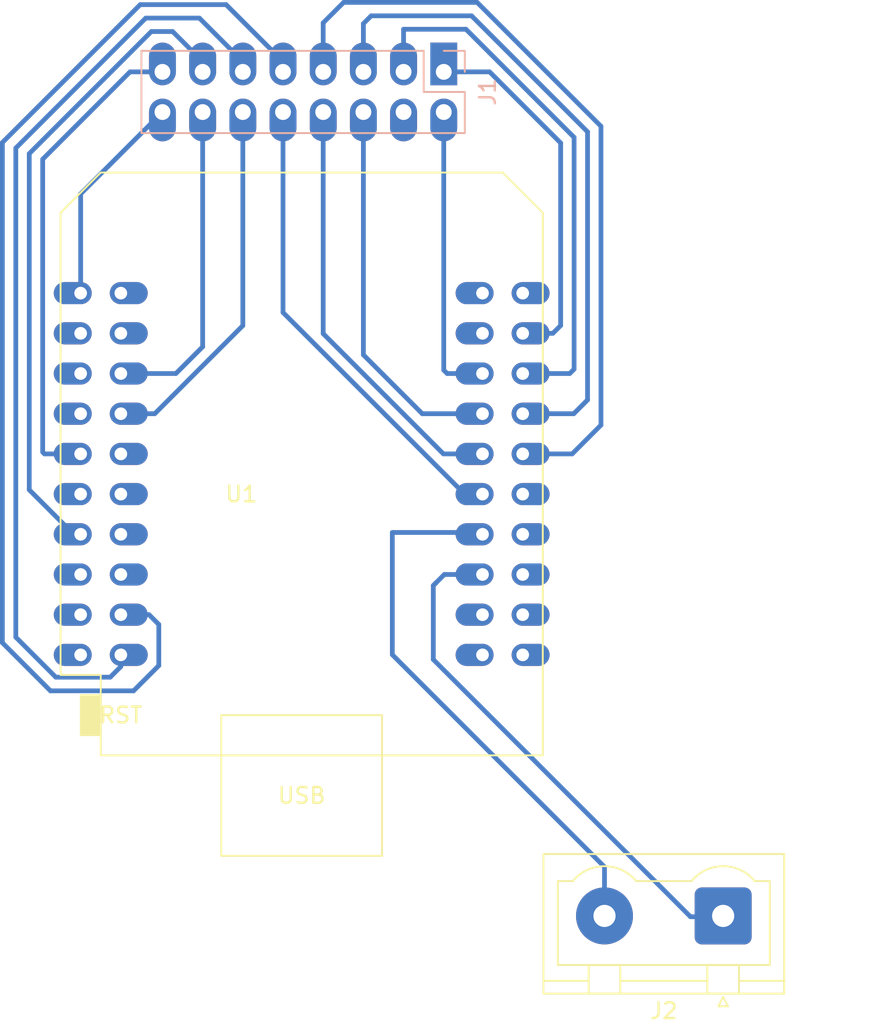
<source format=kicad_pcb>
(kicad_pcb (version 20211014) (generator pcbnew)
  (layers (0 "F.Cu" signal) (31 "B.Cu" signal) (34 "B.Paste" user) (35 "F.Paste" user) (36 "B.SilkS" user "B.Silkscreen") (37 "F.SilkS" user "F.Silkscreen") (38 "B.Mask" user) (39 "F.Mask" user) (44 "Edge.Cuts" user))
  (net 0 "")
  (net 1 "Net-(J2-Pad1)")
  (net 2 "Net-(J1-Pad1)")
  (net 8 "Net-(U1-Pad13)")
  (net 13 "Net-(J1-Pad2)")
  (net 14 "Net-(J1-Pad3)")
  (net 18 "Net-(J1-Pad5)")
  (net 19 "Net-(J1-Pad6)")
  (net 20 "Net-(J1-Pad7)")
  (net 22 "Net-(J1-Pad8)")
  (net 23 "Net-(U1-Pad20)")
  (net 24 "Net-(J1-Pad10)")
  (net 25 "Net-(U1-Pad9)")
  (net 26 "Net-(J1-Pad12)")
  (net 27 "Net-(J1-Pad14)")
  (net 28 "Net-(U1-Pad18)")
  (net 29 "Net-(J1-Pad16)")
  (footprint "Connector_Phoenix_GMSTB:PhoenixContact_GMSTBVA_2,5_2-G_1x02_P7.50mm_Vertical" (layer "F.Cu") (at 151.264 138.684 180)
    (fp_text reference "J2" (at 3.75 -6) (layer "F.SilkS"))
    (fp_text value "Power")
    (fp_line (start 0 -5.11) (end -0.3 -5.71) (layer "F.SilkS") (width 0.12))
    (fp_line (start 8.5 -3.1) (end 6.5 -3.1) (layer "F.SilkS") (width 0.12))
    (fp_line (start -1 -3.1) (end -1 -4.91) (layer "F.SilkS") (width 0.12))
    (fp_line (start 10.45 -3.1) (end 10.45 2.2) (layer "F.SilkS") (width 0.12))
    (fp_line (start 11.36 -4.91) (end -3.86 -4.91) (layer "F.SilkS") (width 0.12))
    (fp_line (start 2 2.2) (end 5.5 2.2) (layer "F.SilkS") (width 0.12))
    (fp_line (start -1 -4.91) (end 1 -4.91) (layer "F.SilkS") (width 0.12))
    (fp_line (start -2.95 2.2) (end -2.95 -3.1) (layer "F.SilkS") (width 0.12))
    (fp_line (start -3.86 -4.91) (end -3.86 3.91) (layer "F.SilkS") (width 0.12))
    (fp_line (start 1 -3.1) (end -1 -3.1) (layer "F.SilkS") (width 0.12))
    (fp_line (start 10.45 2.2) (end 9.5 2.2) (layer "F.SilkS") (width 0.12))
    (fp_line (start 6.5 -4.91) (end 8.5 -4.91) (layer "F.SilkS") (width 0.12))
    (fp_line (start -0.3 -5.71) (end 0.3 -5.71) (layer "F.SilkS") (width 0.12))
    (fp_line (start 1 -4.1) (end 6.5 -4.1) (layer "F.SilkS") (width 0.12))
    (fp_line (start 6.5 -3.1) (end 6.5 -4.91) (layer "F.SilkS") (width 0.12))
    (fp_line (start -2.95 -3.1) (end 10.45 -3.1) (layer "F.SilkS") (width 0.12))
    (fp_line (start -3.86 -4.1) (end -1.11 -4.1) (layer "F.SilkS") (width 0.12))
    (fp_line (start 1 -4.91) (end 1 -3.1) (layer "F.SilkS") (width 0.12))
    (fp_line (start -3.86 3.91) (end 11.36 3.91) (layer "F.SilkS") (width 0.12))
    (fp_line (start 11.36 -4.1) (end 8.61 -4.1) (layer "F.SilkS") (width 0.12))
    (fp_line (start 0.3 -5.71) (end 0 -5.11) (layer "F.SilkS") (width 0.12))
    (fp_line (start 8.5 -4.91) (end 8.5 -3.1) (layer "F.SilkS") (width 0.12))
    (fp_line (start 11.36 3.91) (end 11.36 -4.91) (layer "F.SilkS") (width 0.12))
    (fp_line (start -2 2.2) (end -2.95 2.2) (layer "F.SilkS") (width 0.12))
    (fp_arc (start 1.986842 2.215821) (mid -0.010289 3.142758) (end -2 2.2) (layer "F.SilkS") (width 0.12))
    (fp_arc (start 9.486842 2.215821) (mid 7.489711 3.142758) (end 5.5 2.2) (layer "F.SilkS") (width 0.12))
    (pad "1" thru_hole roundrect (at 0 0 180) (size 3.6 3.6) (drill 1.4) (layers *.Cu *.Mask) (roundrect_rratio 0.125) (net 1 "Net-(J2-Pad1)"))
    (pad "2" thru_hole oval (at 7.5 0 180) (size 3.6 3.6) (drill 1.4) (layers *.Cu *.Mask) (net 29 "Net-(J1-Pad16)"))
  )
  (footprint "ESP32_mini:ESP32_mini" (layer "F.Cu") (at 124.623 110.757)
    (fp_text reference "U1" (at -3.81 1.27) (layer "F.SilkS"))
    (fp_text value "mini_esp32")
    (fp_text user "USB" (at 0 20.32) (layer "F.SilkS"))
    (fp_text user "RST" (at -11.43 15.24) (layer "F.SilkS"))
    (fp_line (start 5.08 15.24) (end 5.08 17.78) (layer "F.SilkS") (width 0.12))
    (fp_line (start -15.24 12.7) (end -12.7 12.7) (layer "F.SilkS") (width 0.12))
    (fp_line (start -5.08 15.24) (end 5.08 15.24) (layer "F.SilkS") (width 0.12))
    (fp_line (start -12.7 17.78) (end 15.24 17.78) (layer "F.SilkS") (width 0.12))
    (fp_line (start -5.08 17.78) (end -5.08 15.24) (layer "F.SilkS") (width 0.12))
    (fp_line (start -12.7 12.7) (end -12.7 17.78) (layer "F.SilkS") (width 0.12))
    (fp_line (start -5.08 17.78) (end -5.08 24.13) (layer "F.SilkS") (width 0.12))
    (fp_line (start 12.7 -19.05) (end -11.43 -19.05) (layer "F.SilkS") (width 0.12))
    (fp_line (start 15.24 -16.51) (end 15.24 17.78) (layer "F.SilkS") (width 0.12))
    (fp_line (start 12.7 -19.05) (end 15.24 -16.51) (layer "F.SilkS") (width 0.12))
    (fp_line (start 5.08 24.13) (end 5.08 17.78) (layer "F.SilkS") (width 0.12))
    (fp_line (start -5.08 24.13) (end 5.08 24.13) (layer "F.SilkS") (width 0.12))
    (fp_line (start -12.7 -19.05) (end -11.43 -19.05) (layer "F.SilkS") (width 0.12))
    (fp_line (start -15.24 -16.51) (end -15.24 12.7) (layer "F.SilkS") (width 0.12))
    (fp_line (start -12.7 -19.05) (end -15.24 -16.51) (layer "F.SilkS") (width 0.12))
    (fp_poly (pts (xy -13.97 16.51) (xy -13.97 13.97) (xy -12.7 13.97) (xy -12.7 16.51)) (layer "F.SilkS") (width 0.1) (fill solid))
    (pad "1" thru_hole oval locked (at -13.97 -11.43 270) (size 1.4 2.4) (drill 0.8 (offset 0 0.5)) (layers *.Cu *.Mask) (net 29 "Net-(J1-Pad16)"))
    (pad "2" thru_hole oval locked (at -11.43 -11.43 270) (size 1.4 2.4) (drill 0.8 (offset 0 -0.5)) (layers *.Cu *.Mask))
    (pad "3" thru_hole oval locked (at -13.97 -8.89 270) (size 1.4 2.4) (drill 0.8 (offset 0 0.5)) (layers *.Cu *.Mask))
    (pad "4" thru_hole oval locked (at -11.43 -8.89 270) (size 1.4 2.4) (drill 0.8 (offset 0 -0.5)) (layers *.Cu *.Mask))
    (pad "5" thru_hole oval locked (at -13.97 -6.35 270) (size 1.4 2.4) (drill 0.8 (offset 0 0.5)) (layers *.Cu *.Mask))
    (pad "6" thru_hole oval locked (at -11.43 -6.35 270) (size 1.4 2.4) (drill 0.8 (offset 0 -0.5)) (layers *.Cu *.Mask) (net 27 "Net-(J1-Pad14)"))
    (pad "7" thru_hole oval locked (at -13.97 -3.81 270) (size 1.4 2.4) (drill 0.8 (offset 0 0.5)) (layers *.Cu *.Mask))
    (pad "8" thru_hole oval locked (at -11.43 -3.81 270) (size 1.4 2.4) (drill 0.8 (offset 0 -0.5)) (layers *.Cu *.Mask) (net 26 "Net-(J1-Pad12)"))
    (pad "9" thru_hole oval locked (at -13.97 -1.27 270) (size 1.4 2.4) (drill 0.8 (offset 0 0.5)) (layers *.Cu *.Mask) (net 25 "Net-(U1-Pad9)"))
    (pad "10" thru_hole oval locked (at -11.43 -1.27 270) (size 1.4 2.4) (drill 0.8 (offset 0 -0.5)) (layers *.Cu *.Mask))
    (pad "11" thru_hole oval locked (at -13.97 1.27 270) (size 1.4 2.4) (drill 0.8 (offset 0 0.5)) (layers *.Cu *.Mask))
    (pad "12" thru_hole oval locked (at -11.43 1.27 270) (size 1.4 2.4) (drill 0.8 (offset 0 -0.5)) (layers *.Cu *.Mask))
    (pad "13" thru_hole oval locked (at -13.97 3.81 270) (size 1.4 2.4) (drill 0.8 (offset 0 0.5)) (layers *.Cu *.Mask) (net 8 "Net-(U1-Pad13)"))
    (pad "14" thru_hole oval locked (at -11.43 3.81 270) (size 1.4 2.4) (drill 0.8 (offset 0 -0.5)) (layers *.Cu *.Mask))
    (pad "15" thru_hole oval locked (at -13.97 6.35 270) (size 1.4 2.4) (drill 0.8 (offset 0 0.5)) (layers *.Cu *.Mask))
    (pad "16" thru_hole oval locked (at -11.43 6.35 270) (size 1.4 2.4) (drill 0.8 (offset 0 -0.5)) (layers *.Cu *.Mask))
    (pad "17" thru_hole oval locked (at -13.97 8.89 270) (size 1.4 2.4) (drill 0.8 (offset 0 0.5)) (layers *.Cu *.Mask))
    (pad "18" thru_hole oval locked (at -11.43 8.89 270) (size 1.4 2.4) (drill 0.8 (offset 0 -0.5)) (layers *.Cu *.Mask) (net 28 "Net-(U1-Pad18)"))
    (pad "19" thru_hole oval locked (at -13.97 11.43 270) (size 1.4 2.4) (drill 0.8 (offset 0 0.5)) (layers *.Cu *.Mask))
    (pad "20" thru_hole oval locked (at -11.43 11.43 270) (size 1.4 2.4) (drill 0.8 (offset 0 -0.5)) (layers *.Cu *.Mask) (net 23 "Net-(U1-Pad20)"))
    (pad "21" thru_hole oval locked (at 11.43 -11.43 270) (size 1.4 2.4) (drill 0.8 (offset 0 0.5)) (layers *.Cu *.Mask))
    (pad "22" thru_hole oval locked (at 13.97 -11.43 270) (size 1.4 2.4) (drill 0.8 (offset 0 -0.5)) (layers *.Cu *.Mask) (net 29 "Net-(J1-Pad16)"))
    (pad "23" thru_hole oval locked (at 11.43 -8.89 270) (size 1.4 2.4) (drill 0.8 (offset 0 0.5)) (layers *.Cu *.Mask))
    (pad "24" thru_hole oval locked (at 13.97 -8.89 270) (size 1.4 2.4) (drill 0.8 (offset 0 -0.5)) (layers *.Cu *.Mask) (net 2 "Net-(J1-Pad1)"))
    (pad "25" thru_hole oval locked (at 11.43 -6.35 270) (size 1.4 2.4) (drill 0.8 (offset 0 0.5)) (layers *.Cu *.Mask) (net 13 "Net-(J1-Pad2)"))
    (pad "26" thru_hole oval locked (at 13.97 -6.35 270) (size 1.4 2.4) (drill 0.8 (offset 0 -0.5)) (layers *.Cu *.Mask) (net 14 "Net-(J1-Pad3)"))
    (pad "27" thru_hole oval locked (at 11.43 -3.81 270) (size 1.4 2.4) (drill 0.8 (offset 0 0.5)) (layers *.Cu *.Mask) (net 19 "Net-(J1-Pad6)"))
    (pad "28" thru_hole oval locked (at 13.97 -3.81 270) (size 1.4 2.4) (drill 0.8 (offset 0 -0.5)) (layers *.Cu *.Mask) (net 18 "Net-(J1-Pad5)"))
    (pad "29" thru_hole oval locked (at 11.43 -1.27 270) (size 1.4 2.4) (drill 0.8 (offset 0 0.5)) (layers *.Cu *.Mask) (net 22 "Net-(J1-Pad8)"))
    (pad "30" thru_hole oval locked (at 13.97 -1.27 270) (size 1.4 2.4) (drill 0.8 (offset 0 -0.5)) (layers *.Cu *.Mask) (net 20 "Net-(J1-Pad7)"))
    (pad "31" thru_hole oval locked (at 11.43 1.27 270) (size 1.4 2.4) (drill 0.8 (offset 0 0.5)) (layers *.Cu *.Mask) (net 24 "Net-(J1-Pad10)"))
    (pad "32" thru_hole oval locked (at 13.97 1.27 270) (size 1.4 2.4) (drill 0.8 (offset 0 -0.5)) (layers *.Cu *.Mask))
    (pad "33" thru_hole oval locked (at 11.43 3.81 270) (size 1.4 2.4) (drill 0.8 (offset 0 0.5)) (layers *.Cu *.Mask) (net 29 "Net-(J1-Pad16)"))
    (pad "34" thru_hole oval locked (at 13.97 3.81 270) (size 1.4 2.4) (drill 0.8 (offset 0 -0.5)) (layers *.Cu *.Mask))
    (pad "35" thru_hole oval locked (at 11.43 6.35 270) (size 1.4 2.4) (drill 0.8 (offset 0 0.5)) (layers *.Cu *.Mask) (net 1 "Net-(J2-Pad1)"))
    (pad "36" thru_hole oval locked (at 13.97 6.35 270) (size 1.4 2.4) (drill 0.8 (offset 0 -0.5)) (layers *.Cu *.Mask))
    (pad "37" thru_hole oval locked (at 11.43 8.89 270) (size 1.4 2.4) (drill 0.8 (offset 0 0.5)) (layers *.Cu *.Mask))
    (pad "38" thru_hole oval locked (at 13.97 8.89 270) (size 1.4 2.4) (drill 0.8 (offset 0 -0.5)) (layers *.Cu *.Mask))
    (pad "39" thru_hole oval locked (at 11.43 11.43 270) (size 1.4 2.4) (drill 0.8 (offset 0 0.5)) (layers *.Cu *.Mask))
    (pad "40" thru_hole oval locked (at 13.97 11.43 270) (size 1.4 2.4) (drill 0.8 (offset 0 -0.5)) (layers *.Cu *.Mask))
  )
  (footprint "Connector_PinSocket_2.54mm:PinSocket_2x08_P2.54mm_Vertical" (layer "B.Cu") (at 133.604 85.344 90)
    (fp_text reference "J1" (at -1.27 2.77 90) (layer "B.SilkS"))
    (fp_text value "PUT_IN")
    (fp_line (start 1.33 1.33) (end 1.33 0) (layer "B.SilkS") (width 0.12))
    (fp_line (start -3.87 1.33) (end -1.27 1.33) (layer "B.SilkS") (width 0.12))
    (fp_line (start -1.27 -1.27) (end 1.33 -1.27) (layer "B.SilkS") (width 0.12))
    (fp_line (start -3.87 1.33) (end -3.87 -19.11) (layer "B.SilkS") (width 0.12))
    (fp_line (start -3.87 -19.11) (end 1.33 -19.11) (layer "B.SilkS") (width 0.12))
    (fp_line (start 0 1.33) (end 1.33 1.33) (layer "B.SilkS") (width 0.12))
    (fp_line (start 1.33 -1.27) (end 1.33 -19.11) (layer "B.SilkS") (width 0.12))
    (fp_line (start -1.27 1.33) (end -1.27 -1.27) (layer "B.SilkS") (width 0.12))
    (pad "1" thru_hole rect (at 0 0 90) (size 2.7 1.7) (drill 1 (offset 0.5 0)) (layers *.Cu *.Mask) (net 2 "Net-(J1-Pad1)"))
    (pad "2" thru_hole oval (at -2.54 0 90) (size 2.7 1.7) (drill 1 (offset -0.5 0)) (layers *.Cu *.Mask) (net 13 "Net-(J1-Pad2)"))
    (pad "3" thru_hole oval (at 0 -2.54 90) (size 2.7 1.7) (drill 1 (offset 0.5 0)) (layers *.Cu *.Mask) (net 14 "Net-(J1-Pad3)"))
    (pad "4" thru_hole oval (at -2.54 -2.54 90) (size 2.7 1.7) (drill 1 (offset -0.5 0)) (layers *.Cu *.Mask))
    (pad "5" thru_hole oval (at 0 -5.08 90) (size 2.7 1.7) (drill 1 (offset 0.5 0)) (layers *.Cu *.Mask) (net 18 "Net-(J1-Pad5)"))
    (pad "6" thru_hole oval (at -2.54 -5.08 90) (size 2.7 1.7) (drill 1 (offset -0.5 0)) (layers *.Cu *.Mask) (net 19 "Net-(J1-Pad6)"))
    (pad "7" thru_hole oval (at 0 -7.62 90) (size 2.7 1.7) (drill 1 (offset 0.5 0)) (layers *.Cu *.Mask) (net 20 "Net-(J1-Pad7)"))
    (pad "8" thru_hole oval (at -2.54 -7.62 90) (size 2.7 1.7) (drill 1 (offset -0.5 0)) (layers *.Cu *.Mask) (net 22 "Net-(J1-Pad8)"))
    (pad "9" thru_hole oval (at 0 -10.16 90) (size 2.7 1.7) (drill 1 (offset 0.5 0)) (layers *.Cu *.Mask) (net 28 "Net-(U1-Pad18)"))
    (pad "10" thru_hole oval (at -2.54 -10.16 90) (size 2.7 1.7) (drill 1 (offset -0.5 0)) (layers *.Cu *.Mask) (net 24 "Net-(J1-Pad10)"))
    (pad "11" thru_hole oval (at 0 -12.7 90) (size 2.7 1.7) (drill 1 (offset 0.5 0)) (layers *.Cu *.Mask) (net 23 "Net-(U1-Pad20)"))
    (pad "12" thru_hole oval (at -2.54 -12.7 90) (size 2.7 1.7) (drill 1 (offset -0.5 0)) (layers *.Cu *.Mask) (net 26 "Net-(J1-Pad12)"))
    (pad "13" thru_hole oval (at 0 -15.24 90) (size 2.7 1.7) (drill 1 (offset 0.5 0)) (layers *.Cu *.Mask) (net 8 "Net-(U1-Pad13)"))
    (pad "14" thru_hole oval (at -2.54 -15.24 90) (size 2.7 1.7) (drill 1 (offset -0.5 0)) (layers *.Cu *.Mask) (net 27 "Net-(J1-Pad14)"))
    (pad "15" thru_hole oval (at 0 -17.78 90) (size 2.7 1.7) (drill 1 (offset 0.5 0)) (layers *.Cu *.Mask) (net 25 "Net-(U1-Pad9)"))
    (pad "16" thru_hole oval (at -2.54 -17.78 90) (size 2.7 1.7) (drill 1 (offset -0.5 0)) (layers *.Cu *.Mask) (net 29 "Net-(J1-Pad16)"))
  )
  (segment (start 151.264 138.684) (end 151.2316 138.684) (width 0.3) (layer "B.Cu") (net 1))
  (segment (start 132.9436 122.4788) (end 132.9436 117.8052) (width 0.3) (layer "B.Cu") (net 1))
  (segment (start 132.9944 117.7544) (end 133.1214 117.6274) (width 0.3) (layer "B.Cu") (net 1))
  (segment (start 151.2316 138.684) (end 151.1808 138.7348) (width 0.3) (layer "B.Cu") (net 1))
  (segment (start 133.6418 117.107) (end 136.053 117.107) (width 0.3) (layer "B.Cu") (net 1))
  (segment (start 149.1996 138.7348) (end 132.9436 122.4788) (width 0.3) (layer "B.Cu") (net 1))
  (segment (start 132.9436 117.8052) (end 133.1214 117.6274) (width 0.3) (layer "B.Cu") (net 1))
  (segment (start 151.1808 138.7348) (end 149.1996 138.7348) (width 0.3) (layer "B.Cu") (net 1))
  (segment (start 133.1214 117.6274) (end 133.6418 117.107) (width 0.3) (layer "B.Cu") (net 1))
  (segment (start 140.99252 101.37428) (end 140.4998 101.867) (width 0.3) (layer "B.Cu") (net 2))
  (segment (start 140.4998 101.867) (end 138.593 101.867) (width 0.3) (layer "B.Cu") (net 2))
  (segment (start 133.604 85.344) (end 136.50162 85.344) (width 0.3) (layer "B.Cu") (net 2))
  (segment (start 136.50162 85.344) (end 140.99252 89.8349) (width 0.3) (layer "B.Cu") (net 2))
  (segment (start 140.99252 89.8349) (end 140.99252 101.37428) (width 0.3) (layer "B.Cu") (net 2))
  (segment (start 107.40396 90.51284) (end 107.40396 111.75718) (width 0.3) (layer "B.Cu") (net 8))
  (segment (start 116.465832 82.79448) (end 115.12232 82.79448) (width 0.3) (layer "B.Cu") (net 8))
  (segment (start 118.364 85.344) (end 118.364 84.692648) (width 0.3) (layer "B.Cu") (net 8))
  (segment (start 118.364 84.692648) (end 116.465832 82.79448) (width 0.3) (layer "B.Cu") (net 8))
  (segment (start 107.40396 111.75718) (end 110.21378 114.567) (width 0.3) (layer "B.Cu") (net 8))
  (segment (start 110.21378 114.567) (end 110.653 114.567) (width 0.3) (layer "B.Cu") (net 8))
  (segment (start 115.12232 82.79448) (end 107.40396 90.51284) (width 0.3) (layer "B.Cu") (net 8))
  (segment (start 133.8202 104.407) (end 136.053 104.407) (width 0.3) (layer "B.Cu") (net 13))
  (segment (start 133.604 87.884) (end 133.604 104.1908) (width 0.3) (layer "B.Cu") (net 13))
  (segment (start 133.604 104.1908) (end 133.8202 104.407) (width 0.3) (layer "B.Cu") (net 13))
  (segment (start 135.010622 82.6516) (end 141.84204 89.483018) (width 0.3) (layer "B.Cu") (net 14))
  (segment (start 131.064 85.344) (end 131.064 82.6516) (width 0.3) (layer "B.Cu") (net 14))
  (segment (start 141.5666 104.407) (end 138.593 104.407) (width 0.3) (layer "B.Cu") (net 14))
  (segment (start 141.84204 104.13156) (end 141.5666 104.407) (width 0.3) (layer "B.Cu") (net 14))
  (segment (start 141.84204 89.483018) (end 141.84204 104.13156) (width 0.3) (layer "B.Cu") (net 14))
  (segment (start 131.064 82.6516) (end 135.010622 82.6516) (width 0.3) (layer "B.Cu") (net 14))
  (segment (start 135.362506 81.802082) (end 142.69156 89.131136) (width 0.3) (layer "B.Cu") (net 18))
  (segment (start 128.524 85.344) (end 128.524 82.296) (width 0.3) (layer "B.Cu") (net 18))
  (segment (start 142.69156 106.07604) (end 141.8206 106.947) (width 0.3) (layer "B.Cu") (net 18))
  (segment (start 128.524 82.296) (end 129.017919 81.802081) (width 0.3) (layer "B.Cu") (net 18))
  (segment (start 141.8206 106.947) (end 138.593 106.947) (width 0.3) (layer "B.Cu") (net 18))
  (segment (start 129.017919 81.802081) (end 135.362506 81.802082) (width 0.3) (layer "B.Cu") (net 18))
  (segment (start 142.69156 89.131136) (end 142.69156 106.07604) (width 0.3) (layer "B.Cu") (net 18))
  (segment (start 128.524 103.2256) (end 132.2454 106.947) (width 0.3) (layer "B.Cu") (net 19))
  (segment (start 132.2454 106.947) (end 136.053 106.947) (width 0.3) (layer "B.Cu") (net 19))
  (segment (start 128.524 87.884) (end 128.524 103.2256) (width 0.3) (layer "B.Cu") (net 19))
  (segment (start 135.714389 80.952563) (end 143.541079 88.779253) (width 0.3) (layer "B.Cu") (net 20))
  (segment (start 143.541079 88.779253) (end 143.541079 107.664921) (width 0.3) (layer "B.Cu") (net 20))
  (segment (start 143.541079 107.664921) (end 141.719 109.487) (width 0.3) (layer "B.Cu") (net 20))
  (segment (start 125.984 85.344) (end 125.984 82.2452) (width 0.3) (layer "B.Cu") (net 20))
  (segment (start 127.276637 80.952563) (end 135.714389 80.952563) (width 0.3) (layer "B.Cu") (net 20))
  (segment (start 141.719 109.487) (end 138.593 109.487) (width 0.3) (layer "B.Cu") (net 20))
  (segment (start 125.984 82.2452) (end 127.276637 80.952563) (width 0.3) (layer "B.Cu") (net 20))
  (segment (start 125.984 101.887002) (end 133.583998 109.487) (width 0.3) (layer "B.Cu") (net 22))
  (segment (start 125.984 87.884) (end 125.984 101.887002) (width 0.3) (layer "B.Cu") (net 22))
  (segment (start 133.583998 109.487) (end 136.053 109.487) (width 0.3) (layer "B.Cu") (net 22))
  (segment (start 118.156313 81.944961) (end 114.770437 81.944961) (width 0.3) (layer "B.Cu") (net 23))
  (segment (start 112.522 123.5964) (end 113.193 122.9254) (width 0.3) (layer "B.Cu") (net 23))
  (segment (start 106.55444 121.06766) (end 109.08318 123.5964) (width 0.3) (layer "B.Cu") (net 23))
  (segment (start 120.904 85.344) (end 120.904 84.692648) (width 0.3) (layer "B.Cu") (net 23))
  (segment (start 109.08318 123.5964) (end 112.522 123.5964) (width 0.3) (layer "B.Cu") (net 23))
  (segment (start 113.193 122.9254) (end 113.193 122.187) (width 0.3) (layer "B.Cu") (net 23))
  (segment (start 106.55444 90.160958) (end 106.55444 121.06766) (width 0.3) (layer "B.Cu") (net 23))
  (segment (start 114.770437 81.944961) (end 106.55444 90.160958) (width 0.3) (layer "B.Cu") (net 23))
  (segment (start 120.904 84.692648) (end 118.156313 81.944961) (width 0.3) (layer "B.Cu") (net 23))
  (segment (start 134.922596 112.027) (end 136.053 112.027) (width 0.3) (layer "B.Cu") (net 24))
  (segment (start 123.444 87.884) (end 123.444 100.548404) (width 0.3) (layer "B.Cu") (net 24))
  (segment (start 123.444 100.548404) (end 134.922596 112.027) (width 0.3) (layer "B.Cu") (net 24))
  (segment (start 108.25348 109.37108) (end 108.3694 109.487) (width 0.3) (layer "B.Cu") (net 25))
  (segment (start 115.824 85.344) (end 113.774202 85.344) (width 0.3) (layer "B.Cu") (net 25))
  (segment (start 108.3694 109.487) (end 110.653 109.487) (width 0.3) (layer "B.Cu") (net 25))
  (segment (start 113.774202 85.344) (end 108.25348 90.864722) (width 0.3) (layer "B.Cu") (net 25))
  (segment (start 108.25348 90.864722) (end 108.25348 109.37108) (width 0.3) (layer "B.Cu") (net 25))
  (segment (start 120.904 101.379002) (end 115.336002 106.947) (width 0.3) (layer "B.Cu") (net 26))
  (segment (start 115.336002 106.947) (end 113.193 106.947) (width 0.3) (layer "B.Cu") (net 26))
  (segment (start 120.904 87.884) (end 120.904 101.379002) (width 0.3) (layer "B.Cu") (net 26))
  (segment (start 116.6746 104.407) (end 113.193 104.407) (width 0.3) (layer "B.Cu") (net 27))
  (segment (start 118.364 87.884) (end 118.364 102.7176) (width 0.3) (layer "B.Cu") (net 27))
  (segment (start 118.364 102.7176) (end 116.6746 104.407) (width 0.3) (layer "B.Cu") (net 27))
  (segment (start 105.704921 89.809075) (end 105.704921 121.419543) (width 0.3) (layer "B.Cu") (net 28))
  (segment (start 123.444 84.692648) (end 119.846794 81.095442) (width 0.3) (layer "B.Cu") (net 28))
  (segment (start 123.444 85.344) (end 123.444 84.692648) (width 0.3) (layer "B.Cu") (net 28))
  (segment (start 115.59252 122.86268) (end 115.59252 120.26612) (width 0.3) (layer "B.Cu") (net 28))
  (segment (start 108.745378 124.46) (end 113.9952 124.46) (width 0.3) (layer "B.Cu") (net 28))
  (segment (start 114.9734 119.647) (end 113.193 119.647) (width 0.3) (layer "B.Cu") (net 28))
  (segment (start 119.846794 81.095442) (end 114.418554 81.095442) (width 0.3) (layer "B.Cu") (net 28))
  (segment (start 114.418554 81.095442) (end 105.704921 89.809075) (width 0.3) (layer "B.Cu") (net 28))
  (segment (start 113.9952 124.46) (end 115.59252 122.86268) (width 0.3) (layer "B.Cu") (net 28))
  (segment (start 115.59252 120.26612) (end 114.9734 119.647) (width 0.3) (layer "B.Cu") (net 28))
  (segment (start 105.704921 121.419543) (end 108.745378 124.46) (width 0.3) (layer "B.Cu") (net 28))
  (segment (start 135.9384 114.4524) (end 136.053 114.567) (width 0.3) (layer "B.Cu") (net 29))
  (segment (start 143.764 138.684) (end 143.764 135.5852) (width 0.3) (layer "B.Cu") (net 29))
  (segment (start 130.3528 114.4524) (end 135.9384 114.4524) (width 0.3) (layer "B.Cu") (net 29))
  (segment (start 115.824 87.884) (end 110.653 93.055) (width 0.3) (layer "B.Cu") (net 29))
  (segment (start 130.3528 122.174) (end 130.3528 114.4524) (width 0.3) (layer "B.Cu") (net 29))
  (segment (start 143.764 135.5852) (end 130.3528 122.174) (width 0.3) (layer "B.Cu") (net 29))
  (segment (start 110.653 93.055) (end 110.653 99.327) (width 0.3) (layer "B.Cu") (net 29))
)
</source>
